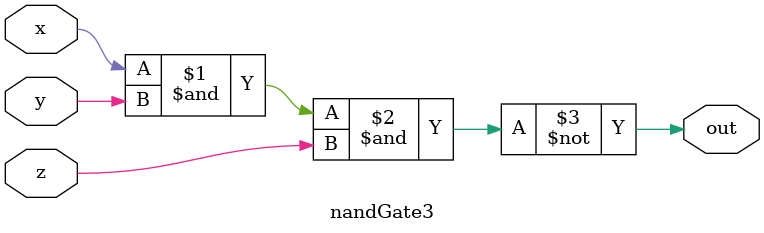
<source format=v>
module nandGate3(x,y,z,out);
//Three input NAND gate
input x,y,z;
output out;
assign out = ~(x&y&z);

endmodule 
</source>
